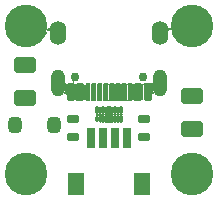
<source format=gts>
G04 #@! TF.GenerationSoftware,KiCad,Pcbnew,(5.99.0-8748-g0125986588)*
G04 #@! TF.CreationDate,2021-05-21T22:54:23+03:00*
G04 #@! TF.ProjectId,Unified-Daughterboard,556e6966-6965-4642-9d44-617567687465,C3*
G04 #@! TF.SameCoordinates,Original*
G04 #@! TF.FileFunction,Soldermask,Top*
G04 #@! TF.FilePolarity,Negative*
%FSLAX46Y46*%
G04 Gerber Fmt 4.6, Leading zero omitted, Abs format (unit mm)*
G04 Created by KiCad (PCBNEW (5.99.0-8748-g0125986588)) date 2021-05-21 22:54:23*
%MOMM*%
%LPD*%
G01*
G04 APERTURE LIST*
G04 Aperture macros list*
%AMRoundRect*
0 Rectangle with rounded corners*
0 $1 Rounding radius*
0 $2 $3 $4 $5 $6 $7 $8 $9 X,Y pos of 4 corners*
0 Add a 4 corners polygon primitive as box body*
4,1,4,$2,$3,$4,$5,$6,$7,$8,$9,$2,$3,0*
0 Add four circle primitives for the rounded corners*
1,1,$1+$1,$2,$3*
1,1,$1+$1,$4,$5*
1,1,$1+$1,$6,$7*
1,1,$1+$1,$8,$9*
0 Add four rect primitives between the rounded corners*
20,1,$1+$1,$2,$3,$4,$5,0*
20,1,$1+$1,$4,$5,$6,$7,0*
20,1,$1+$1,$6,$7,$8,$9,0*
20,1,$1+$1,$8,$9,$2,$3,0*%
G04 Aperture macros list end*
%ADD10RoundRect,0.176000X0.000000X-0.150000X0.000000X-0.150000X0.000000X0.150000X0.000000X0.150000X0*%
%ADD11RoundRect,0.051000X-0.125000X-0.275000X0.125000X-0.275000X0.125000X0.275000X-0.125000X0.275000X0*%
%ADD12RoundRect,0.051000X-0.150000X-0.275000X0.150000X-0.275000X0.150000X0.275000X-0.150000X0.275000X0*%
%ADD13RoundRect,0.270400X0.655600X-0.405600X0.655600X0.405600X-0.655600X0.405600X-0.655600X-0.405600X0*%
%ADD14RoundRect,0.051000X-0.450000X0.250000X-0.450000X-0.250000X0.450000X-0.250000X0.450000X0.250000X0*%
%ADD15RoundRect,0.270400X-0.655600X0.405600X-0.655600X-0.405600X0.655600X-0.405600X0.655600X0.405600X0*%
%ADD16RoundRect,0.275500X0.275500X0.375500X-0.275500X0.375500X-0.275500X-0.375500X0.275500X-0.375500X0*%
%ADD17O,1.202000X2.302000*%
%ADD18O,1.402000X2.002000*%
%ADD19C,0.752000*%
%ADD20RoundRect,0.175500X0.175500X0.600500X-0.175500X0.600500X-0.175500X-0.600500X0.175500X-0.600500X0*%
%ADD21RoundRect,0.100500X0.100500X0.675500X-0.100500X0.675500X-0.100500X-0.675500X0.100500X-0.675500X0*%
%ADD22C,3.602001*%
%ADD23RoundRect,0.051000X-0.300000X-0.775000X0.300000X-0.775000X0.300000X0.775000X-0.300000X0.775000X0*%
%ADD24RoundRect,0.051000X-0.600000X-0.900000X0.600000X-0.900000X0.600000X0.900000X-0.600000X0.900000X0*%
G04 APERTURE END LIST*
D10*
X74002500Y-66411400D03*
D11*
X74502500Y-66411400D03*
D12*
X75002500Y-66411400D03*
D11*
X75502500Y-66411400D03*
X76002500Y-66411400D03*
X74502500Y-65641400D03*
X76002500Y-65641400D03*
X75502500Y-65641400D03*
X74002500Y-65641400D03*
D12*
X75002500Y-65641400D03*
D13*
X81987500Y-64474000D03*
X81987500Y-67274000D03*
D14*
X71954500Y-66379000D03*
X71954500Y-67879000D03*
D15*
X67890500Y-64607000D03*
X67890500Y-61807000D03*
D16*
X70302500Y-66890000D03*
X67002500Y-66890000D03*
D17*
X70702500Y-63343000D03*
D18*
X70702500Y-59143000D03*
D19*
X72112500Y-62792000D03*
X77892500Y-62792000D03*
D18*
X79302500Y-59143000D03*
D20*
X78252500Y-64118000D03*
D21*
X76752500Y-64118000D03*
X76252500Y-64118000D03*
X75752500Y-64118000D03*
X75256500Y-64118000D03*
X73252500Y-64118000D03*
X73752500Y-64118000D03*
X74252500Y-64118000D03*
X74752500Y-64118000D03*
D17*
X79302500Y-63343000D03*
D20*
X77452500Y-64118000D03*
X71752500Y-64118000D03*
X72552500Y-64118000D03*
D22*
X68004500Y-58543000D03*
X82004500Y-58543000D03*
X68004500Y-71043000D03*
X82004500Y-71043000D03*
D23*
X75504500Y-68018000D03*
X76504500Y-68018000D03*
X74504500Y-68018000D03*
X73504500Y-68018000D03*
D24*
X72204500Y-71893000D03*
X77804500Y-71893000D03*
D14*
X77923500Y-67879000D03*
X77923500Y-66379000D03*
G36*
X75668160Y-65333893D02*
G01*
X75681952Y-65343109D01*
X75683115Y-65341369D01*
X75684909Y-65340484D01*
X75686060Y-65340945D01*
X75703452Y-65355478D01*
X75772170Y-65364104D01*
X75819788Y-65341318D01*
X75821782Y-65341472D01*
X75822314Y-65342011D01*
X75823048Y-65343109D01*
X75836840Y-65333893D01*
X75838836Y-65333762D01*
X75839947Y-65335425D01*
X75839614Y-65336667D01*
X75832267Y-65347662D01*
X75828500Y-65366599D01*
X75828500Y-65916201D01*
X75832267Y-65935138D01*
X75842880Y-65951020D01*
X75858762Y-65961633D01*
X75877699Y-65965400D01*
X76127301Y-65965400D01*
X76146238Y-65961633D01*
X76157233Y-65954286D01*
X76159229Y-65954155D01*
X76160340Y-65955818D01*
X76160007Y-65957060D01*
X76159497Y-65957824D01*
X76138716Y-66024188D01*
X76159506Y-66094990D01*
X76160007Y-66095740D01*
X76160138Y-66097735D01*
X76158475Y-66098847D01*
X76157233Y-66098514D01*
X76146238Y-66091167D01*
X76127301Y-66087400D01*
X75877699Y-66087400D01*
X75858762Y-66091167D01*
X75842880Y-66101780D01*
X75832267Y-66117662D01*
X75828500Y-66136599D01*
X75828500Y-66686201D01*
X75832267Y-66705138D01*
X75839614Y-66716133D01*
X75839745Y-66718129D01*
X75838082Y-66719240D01*
X75836840Y-66718907D01*
X75823048Y-66709691D01*
X75821885Y-66711431D01*
X75820091Y-66712316D01*
X75818940Y-66711855D01*
X75801548Y-66697322D01*
X75732830Y-66688696D01*
X75685212Y-66711482D01*
X75683218Y-66711328D01*
X75682686Y-66710789D01*
X75681952Y-66709691D01*
X75668160Y-66718907D01*
X75666164Y-66719038D01*
X75665053Y-66717375D01*
X75665386Y-66716133D01*
X75672733Y-66705138D01*
X75676500Y-66686201D01*
X75676500Y-66136599D01*
X75672733Y-66117662D01*
X75662120Y-66101780D01*
X75646238Y-66091167D01*
X75627301Y-66087400D01*
X75377699Y-66087400D01*
X75358762Y-66091167D01*
X75342880Y-66101780D01*
X75332267Y-66117662D01*
X75328500Y-66136599D01*
X75328500Y-66686201D01*
X75332267Y-66705138D01*
X75339614Y-66716133D01*
X75339745Y-66718129D01*
X75338082Y-66719240D01*
X75336840Y-66718907D01*
X75333575Y-66716726D01*
X75267211Y-66695946D01*
X75196411Y-66716735D01*
X75193160Y-66718907D01*
X75191164Y-66719038D01*
X75190053Y-66717375D01*
X75190386Y-66716133D01*
X75197733Y-66705138D01*
X75201500Y-66686201D01*
X75201500Y-66136599D01*
X75197733Y-66117662D01*
X75187120Y-66101780D01*
X75171238Y-66091167D01*
X75152301Y-66087400D01*
X74852699Y-66087400D01*
X74833762Y-66091167D01*
X74817880Y-66101780D01*
X74807267Y-66117662D01*
X74803500Y-66136599D01*
X74803500Y-66686201D01*
X74807267Y-66705138D01*
X74814614Y-66716133D01*
X74814745Y-66718129D01*
X74813082Y-66719240D01*
X74811840Y-66718907D01*
X74808575Y-66716726D01*
X74742211Y-66695946D01*
X74671411Y-66716735D01*
X74668160Y-66718907D01*
X74666164Y-66719038D01*
X74665053Y-66717375D01*
X74665386Y-66716133D01*
X74672733Y-66705138D01*
X74676500Y-66686201D01*
X74676500Y-66136599D01*
X74672733Y-66117662D01*
X74662120Y-66101780D01*
X74646238Y-66091167D01*
X74627301Y-66087400D01*
X74377699Y-66087400D01*
X74358762Y-66091167D01*
X74342880Y-66101780D01*
X74332267Y-66117662D01*
X74328500Y-66136599D01*
X74328500Y-66686201D01*
X74331120Y-66699372D01*
X74330477Y-66701266D01*
X74328515Y-66701656D01*
X74327495Y-66700873D01*
X74323446Y-66694814D01*
X74270069Y-66650208D01*
X74201354Y-66641577D01*
X74138514Y-66671643D01*
X74136520Y-66671489D01*
X74135657Y-66669684D01*
X74135988Y-66668728D01*
X74163219Y-66627973D01*
X74176500Y-66561206D01*
X74176500Y-66261594D01*
X74163219Y-66194827D01*
X74125510Y-66138391D01*
X74069074Y-66100682D01*
X74002500Y-66087439D01*
X73935926Y-66100682D01*
X73885190Y-66134582D01*
X73883194Y-66134713D01*
X73882083Y-66133050D01*
X73882210Y-66132206D01*
X73905695Y-66070663D01*
X73891476Y-66002838D01*
X73857121Y-65964985D01*
X73856697Y-65963030D01*
X73858178Y-65961686D01*
X73858992Y-65961679D01*
X73877699Y-65965400D01*
X74127301Y-65965400D01*
X74146238Y-65961633D01*
X74162120Y-65951020D01*
X74172733Y-65935138D01*
X74176500Y-65916201D01*
X74176500Y-65366599D01*
X74172733Y-65347662D01*
X74165386Y-65336667D01*
X74165255Y-65334671D01*
X74166918Y-65333560D01*
X74168160Y-65333893D01*
X74181952Y-65343109D01*
X74183115Y-65341369D01*
X74184909Y-65340484D01*
X74186060Y-65340945D01*
X74203452Y-65355478D01*
X74272170Y-65364104D01*
X74319788Y-65341318D01*
X74321782Y-65341472D01*
X74322314Y-65342011D01*
X74323048Y-65343109D01*
X74336840Y-65333893D01*
X74338836Y-65333762D01*
X74339947Y-65335425D01*
X74339614Y-65336667D01*
X74332267Y-65347662D01*
X74328500Y-65366599D01*
X74328500Y-65916201D01*
X74332267Y-65935138D01*
X74342880Y-65951020D01*
X74358762Y-65961633D01*
X74377699Y-65965400D01*
X74627301Y-65965400D01*
X74646238Y-65961633D01*
X74662120Y-65951020D01*
X74672733Y-65935138D01*
X74676500Y-65916201D01*
X74676500Y-65366599D01*
X74672733Y-65347662D01*
X74665386Y-65336667D01*
X74665255Y-65334671D01*
X74666918Y-65333560D01*
X74668160Y-65333893D01*
X74671425Y-65336074D01*
X74737789Y-65356854D01*
X74808589Y-65336065D01*
X74811840Y-65333893D01*
X74813836Y-65333762D01*
X74814947Y-65335425D01*
X74814614Y-65336667D01*
X74807267Y-65347662D01*
X74803500Y-65366599D01*
X74803500Y-65916201D01*
X74807267Y-65935138D01*
X74817880Y-65951020D01*
X74833762Y-65961633D01*
X74852699Y-65965400D01*
X75152301Y-65965400D01*
X75171238Y-65961633D01*
X75187120Y-65951020D01*
X75197733Y-65935138D01*
X75201500Y-65916201D01*
X75201500Y-65366599D01*
X75197733Y-65347662D01*
X75190386Y-65336667D01*
X75190255Y-65334671D01*
X75191918Y-65333560D01*
X75193160Y-65333893D01*
X75196425Y-65336074D01*
X75262789Y-65356854D01*
X75333589Y-65336065D01*
X75336840Y-65333893D01*
X75338836Y-65333762D01*
X75339947Y-65335425D01*
X75339614Y-65336667D01*
X75332267Y-65347662D01*
X75328500Y-65366599D01*
X75328500Y-65916201D01*
X75332267Y-65935138D01*
X75342880Y-65951020D01*
X75358762Y-65961633D01*
X75377699Y-65965400D01*
X75627301Y-65965400D01*
X75646238Y-65961633D01*
X75662120Y-65951020D01*
X75672733Y-65935138D01*
X75676500Y-65916201D01*
X75676500Y-65366599D01*
X75672733Y-65347662D01*
X75665386Y-65336667D01*
X75665255Y-65334671D01*
X75666918Y-65333560D01*
X75668160Y-65333893D01*
G37*
G36*
X75425192Y-63382459D02*
G01*
X75435925Y-63389630D01*
X75502288Y-63410411D01*
X75573089Y-63389621D01*
X75583808Y-63382459D01*
X75585804Y-63382328D01*
X75586915Y-63383991D01*
X75586582Y-63385233D01*
X75562976Y-63420561D01*
X75553500Y-63468199D01*
X75553500Y-64767801D01*
X75562976Y-64815439D01*
X75586582Y-64850767D01*
X75586713Y-64852763D01*
X75585050Y-64853874D01*
X75583808Y-64853541D01*
X75573075Y-64846370D01*
X75506712Y-64825589D01*
X75435911Y-64846379D01*
X75425192Y-64853541D01*
X75423196Y-64853672D01*
X75422085Y-64852009D01*
X75422418Y-64850767D01*
X75446024Y-64815439D01*
X75455500Y-64767801D01*
X75455500Y-63468199D01*
X75446024Y-63420561D01*
X75422418Y-63385233D01*
X75422287Y-63383237D01*
X75423950Y-63382126D01*
X75425192Y-63382459D01*
G37*
G36*
X74921192Y-63382460D02*
G01*
X74935925Y-63392303D01*
X75002289Y-63413083D01*
X75073089Y-63392294D01*
X75087808Y-63382460D01*
X75089804Y-63382329D01*
X75090915Y-63383992D01*
X75090582Y-63385234D01*
X75066976Y-63420561D01*
X75057500Y-63468199D01*
X75057500Y-64767801D01*
X75066976Y-64815439D01*
X75090582Y-64850766D01*
X75090713Y-64852762D01*
X75089050Y-64853873D01*
X75087808Y-64853540D01*
X75073075Y-64843697D01*
X75006711Y-64822917D01*
X74935911Y-64843706D01*
X74921192Y-64853540D01*
X74919196Y-64853671D01*
X74918085Y-64852008D01*
X74918418Y-64850766D01*
X74942024Y-64815439D01*
X74951500Y-64767801D01*
X74951500Y-63468199D01*
X74942024Y-63420561D01*
X74918418Y-63385234D01*
X74918287Y-63383238D01*
X74919950Y-63382127D01*
X74921192Y-63382460D01*
G37*
G36*
X76421193Y-63382460D02*
G01*
X76433925Y-63390967D01*
X76500289Y-63411747D01*
X76571089Y-63390958D01*
X76583807Y-63382460D01*
X76585803Y-63382329D01*
X76586914Y-63383992D01*
X76586581Y-63385234D01*
X76562976Y-63420561D01*
X76553500Y-63468199D01*
X76553500Y-64767801D01*
X76562976Y-64815439D01*
X76586581Y-64850766D01*
X76586712Y-64852762D01*
X76585049Y-64853873D01*
X76583807Y-64853540D01*
X76571075Y-64845033D01*
X76504711Y-64824253D01*
X76433911Y-64845042D01*
X76421193Y-64853540D01*
X76419197Y-64853671D01*
X76418086Y-64852008D01*
X76418419Y-64850766D01*
X76442024Y-64815439D01*
X76451500Y-64767801D01*
X76451500Y-63468199D01*
X76442024Y-63420561D01*
X76418419Y-63385234D01*
X76418288Y-63383238D01*
X76419951Y-63382127D01*
X76421193Y-63382460D01*
G37*
G36*
X74421193Y-63382460D02*
G01*
X74433925Y-63390967D01*
X74500289Y-63411747D01*
X74571089Y-63390958D01*
X74583807Y-63382460D01*
X74585803Y-63382329D01*
X74586914Y-63383992D01*
X74586581Y-63385234D01*
X74562976Y-63420561D01*
X74553500Y-63468199D01*
X74553500Y-64767801D01*
X74562976Y-64815439D01*
X74586581Y-64850766D01*
X74586712Y-64852762D01*
X74585049Y-64853873D01*
X74583807Y-64853540D01*
X74571075Y-64845033D01*
X74504711Y-64824253D01*
X74433911Y-64845042D01*
X74421193Y-64853540D01*
X74419197Y-64853671D01*
X74418086Y-64852008D01*
X74418419Y-64850766D01*
X74442024Y-64815439D01*
X74451500Y-64767801D01*
X74451500Y-63468199D01*
X74442024Y-63420561D01*
X74418419Y-63385234D01*
X74418288Y-63383238D01*
X74419951Y-63382127D01*
X74421193Y-63382460D01*
G37*
G36*
X73421193Y-63382460D02*
G01*
X73433925Y-63390967D01*
X73500289Y-63411747D01*
X73571089Y-63390958D01*
X73583807Y-63382460D01*
X73585803Y-63382329D01*
X73586914Y-63383992D01*
X73586581Y-63385234D01*
X73562976Y-63420561D01*
X73553500Y-63468199D01*
X73553500Y-64767801D01*
X73562976Y-64815439D01*
X73586581Y-64850766D01*
X73586712Y-64852762D01*
X73585049Y-64853873D01*
X73583807Y-64853540D01*
X73571075Y-64845033D01*
X73504711Y-64824253D01*
X73433911Y-64845042D01*
X73421193Y-64853540D01*
X73419197Y-64853671D01*
X73418086Y-64852008D01*
X73418419Y-64850766D01*
X73442024Y-64815439D01*
X73451500Y-64767801D01*
X73451500Y-63468199D01*
X73442024Y-63420561D01*
X73418419Y-63385234D01*
X73418288Y-63383238D01*
X73419951Y-63382127D01*
X73421193Y-63382460D01*
G37*
G36*
X73921193Y-63382460D02*
G01*
X73933925Y-63390967D01*
X74000289Y-63411747D01*
X74071089Y-63390958D01*
X74083807Y-63382460D01*
X74085803Y-63382329D01*
X74086914Y-63383992D01*
X74086581Y-63385234D01*
X74062976Y-63420561D01*
X74053500Y-63468199D01*
X74053500Y-64767801D01*
X74062976Y-64815439D01*
X74086581Y-64850766D01*
X74086712Y-64852762D01*
X74085049Y-64853873D01*
X74083807Y-64853540D01*
X74071075Y-64845033D01*
X74004711Y-64824253D01*
X73933911Y-64845042D01*
X73921193Y-64853540D01*
X73919197Y-64853671D01*
X73918086Y-64852008D01*
X73918419Y-64850766D01*
X73942024Y-64815439D01*
X73951500Y-64767801D01*
X73951500Y-63468199D01*
X73942024Y-63420561D01*
X73918419Y-63385234D01*
X73918288Y-63383238D01*
X73919951Y-63382127D01*
X73921193Y-63382460D01*
G37*
G36*
X75921193Y-63382460D02*
G01*
X75933925Y-63390967D01*
X76000289Y-63411747D01*
X76071089Y-63390958D01*
X76083807Y-63382460D01*
X76085803Y-63382329D01*
X76086914Y-63383992D01*
X76086581Y-63385234D01*
X76062976Y-63420561D01*
X76053500Y-63468199D01*
X76053500Y-64767801D01*
X76062976Y-64815439D01*
X76086581Y-64850766D01*
X76086712Y-64852762D01*
X76085049Y-64853873D01*
X76083807Y-64853540D01*
X76071075Y-64845033D01*
X76004711Y-64824253D01*
X75933911Y-64845042D01*
X75921193Y-64853540D01*
X75919197Y-64853671D01*
X75918086Y-64852008D01*
X75918419Y-64850766D01*
X75942024Y-64815439D01*
X75951500Y-64767801D01*
X75951500Y-63468199D01*
X75942024Y-63420561D01*
X75918419Y-63385234D01*
X75918288Y-63383238D01*
X75919951Y-63382127D01*
X75921193Y-63382460D01*
G37*
G36*
X76945776Y-63421183D02*
G01*
X76995949Y-63463114D01*
X77064664Y-63471746D01*
X77127346Y-63441757D01*
X77138162Y-63430568D01*
X77140085Y-63430018D01*
X77141523Y-63431408D01*
X77141263Y-63433069D01*
X77118685Y-63466860D01*
X77103500Y-63543199D01*
X77103500Y-64692801D01*
X77118685Y-64769140D01*
X77153721Y-64821574D01*
X77153852Y-64823570D01*
X77152189Y-64824681D01*
X77150772Y-64824217D01*
X77133964Y-64810114D01*
X77133870Y-64810029D01*
X77100241Y-64777964D01*
X77032234Y-64764856D01*
X76967809Y-64790648D01*
X76946059Y-64814148D01*
X76944148Y-64814740D01*
X76942681Y-64813382D01*
X76942629Y-64812400D01*
X76951500Y-64767801D01*
X76951500Y-63468199D01*
X76942531Y-63423108D01*
X76943174Y-63421214D01*
X76945136Y-63420824D01*
X76945776Y-63421183D01*
G37*
G36*
X77754228Y-63411782D02*
G01*
X77771636Y-63426389D01*
X77772413Y-63425463D01*
X77774292Y-63424778D01*
X77775325Y-63425300D01*
X77798770Y-63447652D01*
X77866778Y-63460755D01*
X77931253Y-63434938D01*
X77942609Y-63423937D01*
X77944549Y-63423450D01*
X77945941Y-63424886D01*
X77945664Y-63426484D01*
X77918685Y-63466860D01*
X77903500Y-63543199D01*
X77903500Y-64692801D01*
X77918685Y-64769140D01*
X77953721Y-64821574D01*
X77953852Y-64823570D01*
X77952189Y-64824681D01*
X77950772Y-64824217D01*
X77933364Y-64809611D01*
X77932587Y-64810537D01*
X77930708Y-64811222D01*
X77929675Y-64810700D01*
X77906230Y-64788348D01*
X77838222Y-64775245D01*
X77773747Y-64801062D01*
X77762391Y-64812063D01*
X77760451Y-64812550D01*
X77759059Y-64811114D01*
X77759336Y-64809516D01*
X77786315Y-64769140D01*
X77801500Y-64692801D01*
X77801500Y-63543199D01*
X77786315Y-63466860D01*
X77751279Y-63414425D01*
X77751148Y-63412429D01*
X77752811Y-63411318D01*
X77754228Y-63411782D01*
G37*
G36*
X72054228Y-63411782D02*
G01*
X72071636Y-63426389D01*
X72072413Y-63425463D01*
X72074292Y-63424778D01*
X72075325Y-63425300D01*
X72098770Y-63447652D01*
X72166778Y-63460755D01*
X72231253Y-63434938D01*
X72242609Y-63423937D01*
X72244549Y-63423450D01*
X72245941Y-63424886D01*
X72245664Y-63426484D01*
X72218685Y-63466860D01*
X72203500Y-63543199D01*
X72203500Y-64692801D01*
X72218685Y-64769140D01*
X72253721Y-64821574D01*
X72253852Y-64823570D01*
X72252189Y-64824681D01*
X72250772Y-64824217D01*
X72233364Y-64809611D01*
X72232587Y-64810537D01*
X72230708Y-64811222D01*
X72229675Y-64810700D01*
X72206230Y-64788348D01*
X72138222Y-64775245D01*
X72073747Y-64801062D01*
X72062391Y-64812063D01*
X72060451Y-64812550D01*
X72059059Y-64811114D01*
X72059336Y-64809516D01*
X72086315Y-64769140D01*
X72101500Y-64692801D01*
X72101500Y-63543199D01*
X72086315Y-63466860D01*
X72051279Y-63414425D01*
X72051148Y-63412429D01*
X72052811Y-63411318D01*
X72054228Y-63411782D01*
G37*
G36*
X72854228Y-63411783D02*
G01*
X72871036Y-63425886D01*
X72871130Y-63425971D01*
X72904759Y-63458036D01*
X72972766Y-63471144D01*
X73037191Y-63445352D01*
X73058941Y-63421852D01*
X73060852Y-63421260D01*
X73062319Y-63422618D01*
X73062371Y-63423600D01*
X73053500Y-63468199D01*
X73053500Y-64767801D01*
X73062469Y-64812892D01*
X73061826Y-64814786D01*
X73059864Y-64815176D01*
X73059224Y-64814817D01*
X73009051Y-64772886D01*
X72940336Y-64764254D01*
X72877654Y-64794243D01*
X72866838Y-64805432D01*
X72864915Y-64805982D01*
X72863477Y-64804592D01*
X72863737Y-64802931D01*
X72886315Y-64769140D01*
X72901500Y-64692801D01*
X72901500Y-63543199D01*
X72886315Y-63466860D01*
X72851279Y-63414426D01*
X72851148Y-63412430D01*
X72852811Y-63411319D01*
X72854228Y-63411783D01*
G37*
G36*
X78702936Y-63268516D02*
G01*
X78703500Y-63269908D01*
X78703500Y-63892868D01*
X78723928Y-64048028D01*
X78783765Y-64192490D01*
X78861065Y-64293228D01*
X78861326Y-64295211D01*
X78859739Y-64296429D01*
X78858103Y-64295898D01*
X78840709Y-64279421D01*
X78840411Y-64279066D01*
X78831517Y-64265500D01*
X78778537Y-64220434D01*
X78709897Y-64211203D01*
X78647162Y-64240548D01*
X78610169Y-64299283D01*
X78605481Y-64332978D01*
X78604252Y-64334555D01*
X78602271Y-64334280D01*
X78601500Y-64332702D01*
X78601500Y-63543199D01*
X78586315Y-63466860D01*
X78543186Y-63402314D01*
X78494965Y-63370093D01*
X78494080Y-63368299D01*
X78495191Y-63366636D01*
X78496760Y-63366551D01*
X78522221Y-63375818D01*
X78522662Y-63375448D01*
X78523812Y-63375585D01*
X78560940Y-63391833D01*
X78629328Y-63380891D01*
X78680952Y-63334705D01*
X78699577Y-63269360D01*
X78701013Y-63267968D01*
X78702936Y-63268516D01*
G37*
G36*
X71305419Y-63272184D02*
G01*
X71325096Y-63339199D01*
X71377439Y-63384554D01*
X71446093Y-63394425D01*
X71488509Y-63379744D01*
X71490473Y-63380122D01*
X71491127Y-63382012D01*
X71490274Y-63383297D01*
X71461814Y-63402314D01*
X71418685Y-63466860D01*
X71403500Y-63543199D01*
X71403500Y-64331125D01*
X71402500Y-64332857D01*
X71400500Y-64332857D01*
X71399581Y-64331688D01*
X71379904Y-64264673D01*
X71327561Y-64219318D01*
X71259008Y-64209461D01*
X71195807Y-64238324D01*
X71182715Y-64251545D01*
X71164574Y-64272898D01*
X71162691Y-64273570D01*
X71161166Y-64272276D01*
X71161463Y-64270385D01*
X71221235Y-64192490D01*
X71281072Y-64048028D01*
X71301500Y-63892868D01*
X71301500Y-63272747D01*
X71302500Y-63271015D01*
X71304500Y-63271015D01*
X71305419Y-63272184D01*
G37*
G36*
X78078457Y-63114950D02*
G01*
X78079237Y-63116791D01*
X78078736Y-63117886D01*
X78037402Y-63163654D01*
X78026140Y-63231990D01*
X78053611Y-63295567D01*
X78111210Y-63334279D01*
X78148442Y-63340023D01*
X78150001Y-63341276D01*
X78149696Y-63343252D01*
X78148137Y-63344000D01*
X78102699Y-63344000D01*
X78026360Y-63359185D01*
X77973927Y-63394220D01*
X77971931Y-63394351D01*
X77970820Y-63392688D01*
X77971284Y-63391271D01*
X77985908Y-63373843D01*
X77985241Y-63372014D01*
X77985764Y-63370981D01*
X78010997Y-63344519D01*
X78024106Y-63276512D01*
X77998367Y-63212214D01*
X77941842Y-63171959D01*
X77903848Y-63165211D01*
X77901700Y-63165172D01*
X77899986Y-63164140D01*
X77900022Y-63162141D01*
X77901595Y-63161177D01*
X77979801Y-63155640D01*
X78076472Y-63114704D01*
X78078457Y-63114950D01*
G37*
G36*
X71863533Y-63069315D02*
G01*
X71958605Y-63132840D01*
X72077306Y-63164313D01*
X72090398Y-63163386D01*
X72092196Y-63164261D01*
X72092337Y-63166256D01*
X72091067Y-63167310D01*
X72033220Y-63183149D01*
X71986915Y-63234651D01*
X71975803Y-63303013D01*
X72003498Y-63366720D01*
X72016395Y-63379649D01*
X72016910Y-63381581D01*
X72015494Y-63382993D01*
X72013868Y-63382724D01*
X71978640Y-63359185D01*
X71902301Y-63344000D01*
X71855962Y-63344000D01*
X71854230Y-63343000D01*
X71854230Y-63341000D01*
X71855399Y-63340081D01*
X71922414Y-63320404D01*
X71967769Y-63268061D01*
X71977626Y-63199508D01*
X71948788Y-63136364D01*
X71924004Y-63114536D01*
X71861626Y-63073014D01*
X71861203Y-63072636D01*
X71860891Y-63072265D01*
X71860542Y-63070296D01*
X71862073Y-63069009D01*
X71863533Y-63069315D01*
G37*
G36*
X69806286Y-58551174D02*
G01*
X69807177Y-58552376D01*
X69824637Y-58619587D01*
X69875528Y-58666565D01*
X69943738Y-58678571D01*
X70007668Y-58651771D01*
X70041648Y-58608195D01*
X70061847Y-58564877D01*
X70063486Y-58563730D01*
X70065298Y-58564575D01*
X70065523Y-58566449D01*
X70025475Y-58669168D01*
X70003537Y-58835796D01*
X70003500Y-58843010D01*
X70003500Y-58983141D01*
X70002500Y-58984873D01*
X70000500Y-58984873D01*
X69999581Y-58983704D01*
X69979904Y-58916689D01*
X69927561Y-58871334D01*
X69859008Y-58861477D01*
X69796014Y-58890246D01*
X69758041Y-58950034D01*
X69700656Y-59153506D01*
X69700560Y-59153771D01*
X69700150Y-59154699D01*
X69698536Y-59155879D01*
X69696706Y-59155071D01*
X69696396Y-59153348D01*
X69767379Y-58901661D01*
X69801036Y-58637102D01*
X69803242Y-58552827D01*
X69804287Y-58551121D01*
X69806286Y-58551174D01*
G37*
G36*
X80209807Y-58583900D02*
G01*
X80210413Y-58585240D01*
X80218915Y-58762242D01*
X80267193Y-59004948D01*
X80266550Y-59006842D01*
X80264588Y-59007232D01*
X80263334Y-59005971D01*
X80258488Y-58991446D01*
X80258418Y-58991172D01*
X80249549Y-58942611D01*
X80218279Y-58880474D01*
X80158642Y-58845263D01*
X80089431Y-58847884D01*
X80032627Y-58887504D01*
X80006167Y-58951774D01*
X80005497Y-58964529D01*
X80004408Y-58966206D01*
X80002411Y-58966101D01*
X80001500Y-58964424D01*
X80001500Y-58843124D01*
X79981308Y-58676267D01*
X79964607Y-58632070D01*
X79964930Y-58630096D01*
X79966801Y-58629389D01*
X79968117Y-58630217D01*
X80006856Y-58685615D01*
X80070928Y-58711906D01*
X80139046Y-58699381D01*
X80189577Y-58652020D01*
X80206475Y-58584848D01*
X80207868Y-58583412D01*
X80209807Y-58583900D01*
G37*
M02*

</source>
